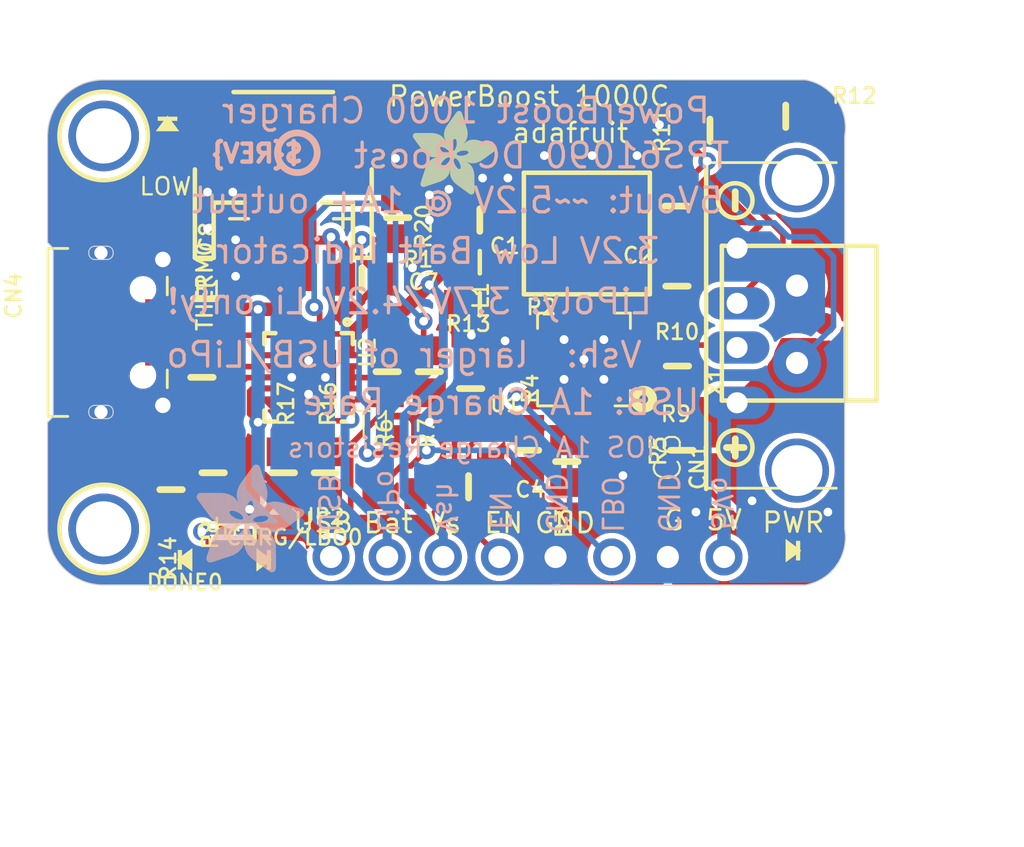
<source format=kicad_pcb>
(kicad_pcb (version 20221018) (generator pcbnew)
  (layers (0 "F.Cu" signal) (31 "B.Cu" signal) (34 "B.Paste" user) (35 "F.Paste" user) (36 "B.SilkS" user "B.Silkscreen") (37 "F.SilkS" user "F.Silkscreen") (38 "B.Mask" user) (39 "F.Mask" user) (44 "Edge.Cuts" user))
  (net 0 "")
  (net 1 "GND")
  (net 2 "N$1")
  (net 3 "N$3")
  (net 4 "5.0V")
  (net 5 "D+")
  (net 6 "D-")
  (net 7 "VBAT")
  (net 8 "N$2")
  (net 9 "ENABLE")
  (net 10 "N$5")
  (net 11 "N$6")
  (net 12 "LBO")
  (net 13 "N$4")
  (net 14 "N$7")
  (net 15 "N$9")
  (net 16 "N$11")
  (net 17 "N$16")
  (net 18 "N$10")
  (net 19 "VBUS")
  (net 20 "VLIPO")
  (net 21 "N$8")
  (net 22 "N$12")
  (net 23 "N$13")
  (footprint "working:JSTPH2" (layer "F.Cu") (at 141.11842 97.1296)
    (fp_text reference "B1")
    (fp_text value "JST 2-PH")
  )
  (footprint "working:CHIPLED_0805_NOOUTLINE" (layer "F.Cu") (at 140.22942 115.2906 -90)
    (fp_text reference "CHRG/LBO0")
    (fp_text value "ORANGE")
  )
  (footprint "working:MOUNTINGHOLE_2.5_PLATED" (layer "F.Cu") (at 132.99042 113.8936)
    (fp_text reference "U$11" hide)
    (fp_text value "MOUNTINGHOLE2.5" hide)
  )
  (footprint "working:SYMBOL_PLUS" (layer "F.Cu") (at 161.56542 110.2106)
    (fp_text reference "U$25" hide)
    (fp_text value "" hide)
  )
  (footprint "working:0805-NO" (layer "F.Cu") (at 160.42242 95.8596 180)
    (fp_text reference "R11")
    (fp_text value "75K 1%")
  )
  (footprint "working:0805-NO" (layer "F.Cu") (at 141.11842 111.3536 90)
    (fp_text reference "R17")
    (fp_text value "100K")
  )
  (footprint "working:0805-NO" (layer "F.Cu") (at 143.02342 111.3536 90)
    (fp_text reference "R16")
    (fp_text value "1.0K")
  )
  (footprint "working:0805-NO" (layer "F.Cu") (at 146.29342 99.8106 -90)
    (fp_text reference "R20")
    (fp_text value "1K")
  )
  (footprint "working:PVQFN-16" (layer "F.Cu") (at 154.72142 106.2276 180)
    (fp_text reference "U1")
    (fp_text value "TPS61090RSAR")
  )
  (footprint "working:0805-NO" (layer "F.Cu") (at 145.81742 106.7816 -90)
    (fp_text reference "R6")
    (fp_text value "270K")
  )
  (footprint "working:4UCONN_20329" (layer "F.Cu") (at 134.76842 105.0036 -90)
    (fp_text reference "CN4")
    (fp_text value "MicroUSB")
    (fp_line (start -3.9 2.2) (end -3.9 1.6) (stroke (width 0.05)) (layer "Edge.Cuts"))
    (fp_line (start -3.3 1.6) (end -3.3 2.2) (stroke (width 0.05)) (layer "Edge.Cuts"))
    (fp_line (start 3.3 2.2) (end 3.3 1.6) (stroke (width 0.05)) (layer "Edge.Cuts"))
    (fp_line (start 3.9 1.6) (end 3.9 2.2) (stroke (width 0.05)) (layer "Edge.Cuts"))
    (fp_arc (start -3.9 1.6) (mid -3.801777 1.412868) (end -3.6 1.35) (stroke (width 0.05)) (layer "Edge.Cuts"))
    (fp_arc (start -3.6 1.35) (mid -3.398223 1.412868) (end -3.3 1.6) (stroke (width 0.05)) (layer "Edge.Cuts"))
    (fp_arc (start -3.6 2.45) (mid -3.801777 2.387132) (end -3.9 2.2) (stroke (width 0.05)) (layer "Edge.Cuts"))
    (fp_arc (start -3.3 2.2) (mid -3.398223 2.387132) (end -3.6 2.45) (stroke (width 0.05)) (layer "Edge.Cuts"))
    (fp_arc (start 3.3 1.6) (mid 3.398223 1.412868) (end 3.6 1.35) (stroke (width 0.05)) (layer "Edge.Cuts"))
    (fp_arc (start 3.6 1.35) (mid 3.801777 1.412868) (end 3.9 1.6) (stroke (width 0.05)) (layer "Edge.Cuts"))
    (fp_arc (start 3.6 2.45) (mid 3.398223 2.387132) (end 3.3 2.2) (stroke (width 0.05)) (layer "Edge.Cuts"))
    (fp_arc (start 3.9 2.2) (mid 3.801777 2.387132) (end 3.6 2.45) (stroke (width 0.05)) (layer "Edge.Cuts"))
  )
  (footprint "working:0805-NO" (layer "F.Cu") (at 158.93042 102.9106 90)
    (fp_text reference "R10")
    (fp_text value "49.9K")
  )
  (footprint "working:CHIPLED_0805_NOOUTLINE" (layer "F.Cu") (at 136.67342 115.2906 90)
    (fp_text reference "DONE0")
    (fp_text value "GREEN")
  )
  (footprint "working:0805-NO" (layer "F.Cu") (at 159.15242 110.3376 -90)
    (fp_text reference "R5")
    (fp_text value "1K")
  )
  (footprint "working:0805-NO" (layer "F.Cu") (at 153.94542 110.8456 -90)
    (fp_text reference "R3")
    (fp_text value "1.87M")
  )
  (footprint "working:0805-NO" (layer "F.Cu") (at 137.56242 103.4796 90)
    (fp_text reference "C8")
    (fp_text value "10uF")
  )
  (footprint "working:C1210" (layer "F.Cu") (at 156.61242 111.3536 -90)
    (fp_text reference "C6")
    (fp_text value "100uF")
  )
  (footprint "working:0805-NO" (layer "F.Cu") (at 137.94342 111.3536 -90)
    (fp_text reference "R8")
    (fp_text value "1K")
  )
  (footprint "working:INDUCTOR_5X5MM_TDK_VLC5045" (layer "F.Cu") (at 154.85242 100.5296)
    (fp_text reference "L1")
    (fp_text value "6.8uH" hide)
  )
  (footprint "working:0805-NO" (layer "F.Cu") (at 147.72242 106.7816 -90)
    (fp_text reference "R7")
    (fp_text value "100K")
  )
  (footprint "working:0805_10MGAP" (layer "F.Cu") (at 149.50042 111.9886)
    (fp_text reference "C4")
    (fp_text value "0.1uF")
  )
  (footprint "working:0805-NO" (layer "F.Cu") (at 158.94842 106.5266 -90)
    (fp_text reference "R9")
    (fp_text value "43K")
  )
  (footprint "working:0805-NO" (layer "F.Cu") (at 149.59442 107.5446 90)
    (fp_text reference "R13")
    (fp_text value "200K")
  )
  (footprint "working:MOUNTINGHOLE_2.5_PLATED" (layer "F.Cu") (at 132.99042 96.1136)
    (fp_text reference "U$10" hide)
    (fp_text value "MOUNTINGHOLE2.5" hide)
  )
  (footprint "working:FIDUCIAL_1MM" (layer "F.Cu") (at 165.62942 104.6226)
    (fp_text reference "FID1" hide)
    (fp_text value "FIDUCIAL\"\"" hide)
  )
  (footprint "working:SYMBOL_MINUS" (layer "F.Cu") (at 161.56542 99.0346 90)
    (fp_text reference "U$26" hide)
    (fp_text value "" hide)
  )
  (footprint "working:_0805MP" (layer "F.Cu") (at 150.00842 103.7336)
    (fp_text reference "R2")
    (fp_text value "340K")
  )
  (footprint "working:CHIPLED_0805_NOOUTLINE" (layer "F.Cu") (at 135.87942 95.5726)
    (fp_text reference "LED1" hide)
    (fp_text value "RED")
  )
  (footprint "working:0805-NO" (layer "F.Cu") (at 137.43542 107.0356 90)
    (fp_text reference "THERM0")
    (fp_text value "15K")
  )
  (footprint "working:SC59-BEC" (layer "F.Cu") (at 146.14762 111.0996)
    (fp_text reference "T1")
    (fp_text value "MMUN2133LT1G")
  )
  (footprint "working:0805-NO" (layer "F.Cu") (at 158.89842 99.2886 -90)
    (fp_text reference "C2")
    (fp_text value "2.2uF")
  )
  (footprint "working:_0805MP" (layer "F.Cu") (at 150.00842 101.8286 180)
    (fp_text reference "R1")
    (fp_text value "1.87M")
  )
  (footprint "working:FIDUCIAL_1MM" (layer "F.Cu") (at 141.14242 96.0906 90)
    (fp_text reference "FID2" hide)
    (fp_text value "FIDUCIAL\"\"" hide)
  )
  (footprint "working:0805-NO" (layer "F.Cu") (at 152.16742 110.3376 90)
    (fp_text reference "R4")
    (fp_text value "200K")
  )
  (footprint "working:TERMBLOCK_1X2-3.5MM" (layer "F.Cu") (at 164.35942 104.6861 90)
    (fp_text reference "X1")
    (fp_text value "")
  )
  (footprint "working:USB_HOST-PTH" (layer "F.Cu") (at 168.16942 104.6861 90)
    (fp_text reference "CN1")
    (fp_text value "USBA_FEMALE")
  )
  (footprint "working:1X08_ROUND" (layer "F.Cu") (at 152.16742 115.1636)
    (fp_text reference "JP2")
    (fp_text value "")
  )
  (footprint "working:0805-NO" (layer "F.Cu") (at 136.03842 112.1156 -90)
    (fp_text reference "R14")
    (fp_text value "1K")
  )
  (footprint "working:QFN20_4MM" (layer "F.Cu") (at 142.26142 107.0356 -90)
    (fp_text reference "U2")
    (fp_text value "MCP73871")
  )
  (footprint "working:0805-NO" (layer "F.Cu") (at 163.85142 95.2246)
    (fp_text reference "R12")
    (fp_text value "49.9K 1%")
  )
  (footprint "working:FIDUCIAL_1MM" (layer "F.Cu") (at 131.72042 110.9726)
    (fp_text reference "FID3" hide)
    (fp_text value "FIDUCIAL\"\"" hide)
  )
  (footprint "working:ADAFRUIT_3.5MM" (layer "F.Cu") (at 146.96042 98.7806)
    (fp_text reference "U$45" hide)
    (fp_text value "" hide)
  )
  (footprint "working:0805-NO" (layer "F.Cu") (at 150.00842 99.9236 180)
    (fp_text reference "C1")
    (fp_text value "10uF")
  )
  (footprint "working:0805-NO" (layer "F.Cu") (at 144.67442 102.5906)
    (fp_text reference "C7")
    (fp_text value "10uF")
  )
  (footprint "working:CHIPLED_0805_NOOUTLINE" (layer "F.Cu") (at 164.17342 114.8776 -90)
    (fp_text reference "LED2" hide)
    (fp_text value "BLUE")
  )
  (footprint "working:ADAFRUIT_5MM" (layer "B.Cu") (at 137.20242 115.8576 90)
    (fp_text reference "U$28" hide)
    (fp_text value "" hide)
  )
  (footprint "working:PCBFEAT-REV-040" (layer "B.Cu") (at 141.75342 96.8756 180)
    (fp_text reference "U$12" hide)
    (fp_text value "" hide)
  )
  (gr_line (start 164.74042 93.5736) (end 132.99042 93.5736) (stroke (width 0.05)) (layer "Edge.Cuts"))
  (gr_line (start 130.70442 101.1936) (end 130.70442 108.8136) (stroke (width 0.05)) (layer "Edge.Cuts"))
  (gr_line (start 132.99042 116.4336) (end 164.74042 116.4336) (stroke (width 0.05)) (layer "Edge.Cuts"))
  (gr_arc (start 132.99042 116.4336) (mid 131.194369 115.689651) (end 130.45042 113.8936) (stroke (width 0.05)) (layer "Edge.Cuts"))
  (gr_arc (start 166.51842 113.8936) (mid 166.155471 115.531836) (end 164.74042 116.4336) (stroke (width 0.05)) (layer "Edge.Cuts"))
  (gr_line (start 166.51842 113.8936) (end 166.51842 96.1136) (stroke (width 0.05)) (layer "Edge.Cuts"))
  (gr_arc (start 130.45042 96.1136) (mid 131.194369 94.317549) (end 132.99042 93.5736) (stroke (width 0.05)) (layer "Edge.Cuts"))
  (gr_line (start 130.45042 109.0676) (end 130.45042 113.8936) (stroke (width 0.05)) (layer "Edge.Cuts"))
  (gr_line (start 130.45042 96.1136) (end 130.45042 100.9396) (stroke (width 0.05)) (layer "Edge.Cuts"))
  (gr_line (start 130.45042 100.9396) (end 130.70442 101.1936) (stroke (width 0.05)) (layer "Edge.Cuts"))
  (gr_arc (start 164.74042 93.5736) (mid 166.155471 94.475364) (end 166.51842 96.1136) (stroke (width 0.05)) (layer "Edge.Cuts"))
  (gr_line (start 130.70442 108.8136) (end 130.45042 109.0676) (stroke (width 0.05)) (layer "Edge.Cuts"))
  (gr_text "3.2V Low Batt Indicator" (at 148.10342 101.3206) (layer "B.SilkS") (effects (font (size 1.1176 1.1176) (thickness 0.1524)) (justify mirror)))
  (gr_text "5Vout: ~~5.2V @ 1A+ output" (at 148.99242 99.0346) (layer "B.SilkS") (effects (font (size 1.1176 1.1176) (thickness 0.1524)) (justify mirror)))
  (gr_text "Vsh" (at 147.97642 114.1476 -90) (layer "B.SilkS") (effects (font (size 0.89408 0.89408) (thickness 0.12192)) (justify left bottom mirror)))
  (gr_text "USB" (at 142.64242 114.1476 -90) (layer "B.SilkS") (effects (font (size 0.89408 0.89408) (thickness 0.12192)) (justify left bottom mirror)))
  (gr_text "PowerBoost 1000 Charger" (at 149.37342 94.9706) (layer "B.SilkS") (effects (font (size 1.1176 1.1176) (thickness 0.1524)) (justify mirror)))
  (gr_text "LiPoly: 3.7V/4.2V Li only!" (at 146.83342 103.6066) (layer "B.SilkS") (effects (font (size 1.1176 1.1176) (thickness 0.1524)) (justify mirror)))
  (gr_text "GND" (at 152.92942 114.1476 -90) (layer "B.SilkS") (effects (font (size 0.89408 0.89408) (thickness 0.12192)) (justify left bottom mirror)))
  (gr_text "Vsh:  larger of USB/LiPo" (at 146.57942 106.0196) (layer "B.SilkS") (effects (font (size 1.1176 1.1176) (thickness 0.1524)) (justify mirror)))
  (gr_text "EN" (at 150.38942 114.0206 -90) (layer "B.SilkS") (effects (font (size 0.89408 0.89408) (thickness 0.12192)) (justify left bottom mirror)))
  (gr_text "5Vo" (at 160.42242 114.0206 -90) (layer "B.SilkS") (effects (font (size 0.89408 0.89408) (thickness 0.12192)) (justify left bottom mirror)))
  (gr_text "LiPo" (at 145.30942 114.1476 -90) (layer "B.SilkS") (effects (font (size 0.89408 0.89408) (thickness 0.12192)) (justify left bottom mirror)))
  (gr_text "GND" (at 158.00942 114.1476 -90) (layer "B.SilkS") (effects (font (size 0.89408 0.89408) (thickness 0.12192)) (justify left bottom mirror)))
  (gr_text "USB: 1A Charge Rate" (at 160.04142 108.8136) (layer "B.SilkS") (effects (font (size 1.1176 1.1176) (thickness 0.1524)) (justify left bottom mirror)))
  (gr_text "LBO" (at 155.46942 114.1476 -90) (layer "B.SilkS") (effects (font (size 0.89408 0.89408) (thickness 0.12192)) (justify left bottom mirror)))
  (gr_text "iOS 1A Charge Resistors" (at 149.62742 110.2106) (layer "B.SilkS") (effects (font (size 0.89408 0.89408) (thickness 0.12192)) (justify mirror)))
  (gr_text "TPS61090 DC Boost" (at 152.80242 97.0026) (layer "B.SilkS") (effects (font (size 1.1176 1.1176) (thickness 0.1524)) (justify mirror)))
  (gr_text "LOW" (at 135.78442 98.3996) (layer "F.SilkS") (effects (font (size 0.78232 0.78232) (thickness 0.10668))))
  (gr_text "Bat" (at 144.67442 114.1476) (layer "F.SilkS") (effects (font (size 0.89408 0.89408) (thickness 0.12192)) (justify left bottom)))
  (gr_text "chrg" (at 137.05442 114.4016) (layer "F.SilkS") (effects (font (size 0.89408 0.89408) (thickness 0.12192)) (justify left bottom)))
  (gr_text "-" (at 138.32442 100.4316) (layer "F.SilkS") (effects (font (size 1.1176 1.1176) (thickness 0.1524)) (justify left bottom)))
  (gr_text "5V" (at 160.16842 114.0206) (layer "F.SilkS") (effects (font (size 0.89408 0.89408) (thickness 0.12192)) (justify left bottom)))
  (gr_text "USB" (at 141.49942 114.1476) (layer "F.SilkS") (effects (font (size 0.89408 0.89408) (thickness 0.12192)) (justify left bottom)))
  (gr_text "adafruit" (at 151.40542 96.4946) (layer "F.SilkS") (effects (font (size 0.89408 0.89408) (thickness 0.12192)) (justify left bottom)))
  (gr_text "GND" (at 152.42142 114.1476) (layer "F.SilkS") (effects (font (size 0.89408 0.89408) (thickness 0.12192)) (justify left bottom)))
  (gr_text "EN" (at 150.13542 114.1476) (layer "F.SilkS") (effects (font (size 0.89408 0.89408) (thickness 0.12192)) (justify left bottom)))
  (gr_text "PowerBoost 1000C" (at 145.81742 94.8436) (layer "F.SilkS") (effects (font (size 0.89408 0.89408) (thickness 0.12192)) (justify left bottom)))
  (gr_text "G" (at 158.26342 114.0206) (layer "F.SilkS") (effects (font (size 0.89408 0.89408) (thickness 0.12192)) (justify left bottom)))
  (gr_text "+" (at 143.02342 100.4316) (layer "F.SilkS") (effects (font (size 1.1176 1.1176) (thickness 0.1524)) (justify left bottom)))
  (gr_text "PWR" (at 164.20042 113.6026) (layer "F.SilkS") (effects (font (size 0.89408 0.89408) (thickness 0.12192))))
  (gr_text "Vs" (at 147.59542 114.1476) (layer "F.SilkS") (effects (font (size 0.89408 0.89408) (thickness 0.12192)) (justify left bottom)))
  (segment (start 154.32642 105.2576) (end 153.89142 105.2576) (width 0.254) (layer "F.Cu") (net 1))
  (segment (start 153.74642 107.3616) (end 153.94542 107.1626) (width 0.254) (layer "F.Cu") (net 1))
  (segment (start 152.62142 105.9026) (end 154.06242 105.9026) (width 0.254) (layer "F.Cu") (net 1))
  (segment (start 153.82142 105.3276) (end 153.82142 105.6416) (width 0.254) (layer "F.Cu") (net 1))
  (segment (start 155.04642 105.4696) (end 155.21542 105.6386) (width 0.254) (layer "F.Cu") (net 1))
  (segment (start 153.74642 108.3276) (end 153.74642 107.3616) (width 0.254) (layer "F.Cu") (net 1))
  (segment (start 141.26142 109.0006) (end 141.26142 107.2736) (width 0.254) (layer "F.Cu") (net 1))
  (segment (start 137.43542 107.9856) (end 135.98642 107.9856) (width 0.254) (layer "F.Cu") (net 1))
  (segment (start 154.39642 104.1276) (end 154.39642 105.1876) (width 0.254) (layer "F.Cu") (net 1))
  (segment (start 153.82142 105.6416) (end 154.07242 105.8926) (width 0.254) (layer "F.Cu") (net 1))
  (segment (start 135.98642 107.9856) (end 135.66842 108.3036) (width 0.254) (layer "F.Cu") (net 1))
  (segment (start 142.02342 108.0356) (end 142.26142 107.7976) (width 0.254) (layer "F.Cu") (net 1))
  (segment (start 154.06242 105.9026) (end 154.07242 105.8926) (width 0.254) (layer "F.Cu") (net 1))
  (segment (start 153.85642 107.1626) (end 153.82142 107.1276) (width 0.254) (layer "F.Cu") (net 1))
  (segment (start 155.69642 105.2526) (end 155.62142 105.3276) (width 0.254) (layer "F.Cu") (net 1))
  (segment (start 135.66842 108.1786) (end 135.66842 108.3036) (width 0.254) (layer "F.Cu") (net 1))
  (segment (start 154.39642 105.1876) (end 154.32642 105.2576) (width 0.254) (layer "F.Cu") (net 1))
  (segment (start 135.66842 101.7036) (end 133.29542 101.7036) (width 0.4064) (layer "F.Cu") (net 1))
  (segment (start 135.35942 108.6036) (end 135.78442 108.1786) (width 0.4064) (layer "F.Cu") (net 1))
  (segment (start 153.89142 105.2576) (end 153.82142 105.3276) (width 0.254) (layer "F.Cu") (net 1))
  (segment (start 135.87942 94.5226) (end 146.00442 94.5226) (width 0.254) (layer "F.Cu") (net 1))
  (segment (start 153.94542 107.1626) (end 153.85642 107.1626) (width 0.254) (layer "F.Cu") (net 1))
  (segment (start 155.04642 104.1276) (end 155.04642 105.4696) (width 0.254) (layer "F.Cu") (net 1))
  (segment (start 141.26142 107.2736) (end 141.49942 107.0356) (width 0.254) (layer "F.Cu") (net 1))
  (segment (start 155.69642 104.1276) (end 155.69642 105.2526) (width 0.254) (layer "F.Cu") (net 1))
  (segment (start 146.00442 94.5226) (end 146.07142 94.5896) (width 0.254) (layer "F.Cu") (net 1))
  (segment (start 135.78442 108.1786) (end 135.66842 108.1786) (width 0.254) (layer "F.Cu") (net 1))
  (segment (start 140.29642 108.0356) (end 142.02342 108.0356) (width 0.254) (layer "F.Cu") (net 1))
  (via (at 142.26142 107.7976) (size 0.8001) (drill 0.3937) (layers "F.Cu" "B.Cu") (net 1))
  (via (at 137.68942 100.3046) (size 0.8001) (drill 0.3937) (layers "F.Cu" "B.Cu") (net 1))
  (via (at 141.49942 107.0356) (size 0.8001) (drill 0.3937) (layers "F.Cu" "B.Cu") (net 1))
  (via (at 147.72242 98.7806) (size 0.8001) (drill 0.3937) (layers "F.Cu" "B.Cu") (net 1))
  (via (at 155.08842 97.0026) (size 0.8001) (drill 0.3937) (layers "F.Cu" "B.Cu") (net 1))
  (via (at 146.96042 102.0826) (size 0.8001) (drill 0.3937) (layers "F.Cu" "B.Cu") (net 1))
  (via (at 139.59442 113.0046) (size 0.8001) (drill 0.3937) (layers "F.Cu" "B.Cu") (net 1))
  (via (at 147.72242 109.0676) (size 0.8001) (drill 0.3937) (layers "F.Cu" "B.Cu") (net 1))
  (via (at 138.95942 100.8126) (size 0.8001) (drill 0.3937) (layers "F.Cu" "B.Cu") (net 1))
  (via (at 165.75642 113.1316) (size 0.8001) (drill 0.3937) (layers "F.Cu" "B.Cu") (net 1))
  (via (at 150.13542 98.0186) (size 0.8001) (drill 0.3937) (layers "F.Cu" "B.Cu") (net 1))
  (via (at 159.78742 113.1316) (size 0.8001) (drill 0.3937) (layers "F.Cu" "B.Cu") (net 1))
  (via (at 149.62742 105.1306) (size 0.8001) (drill 0.3937) (layers "F.Cu" "B.Cu") (net 1))
  (via (at 158.13642 95.6056) (size 0.8001) (drill 0.3937) (layers "F.Cu" "B.Cu") (net 1))
  (via (at 142.26142 106.2736) (size 0.8001) (drill 0.3937) (layers "F.Cu" "B.Cu") (net 1))
  (via (at 138.83242 98.6536) (size 0.8001) (drill 0.3937) (layers "F.Cu" "B.Cu") (net 1))
  (via (at 152.92942 97.0026) (size 0.8001) (drill 0.3937) (layers "F.Cu" "B.Cu") (net 1))
  (via (at 143.02342 107.0356) (size 0.8001) (drill 0.3937) (layers "F.Cu" "B.Cu") (net 1))
  (via (at 146.19842 97.1296) (size 0.8001) (drill 0.3937) (layers "F.Cu" "B.Cu") (net 1))
  (via (at 162.32742 112.6236) (size 0.8001) (drill 0.3937) (layers "F.Cu" "B.Cu") (net 1))
  (via (at 157.12042 97.0026) (size 0.8001) (drill 0.3937) (layers "F.Cu" "B.Cu") (net 1))
  (via (at 147.72242 99.9236) (size 0.8001) (drill 0.3937) (layers "F.Cu" "B.Cu") (net 1))
  (via (at 156.48542 111.4806) (size 0.8001) (drill 0.3937) (layers "F.Cu" "B.Cu") (net 1))
  (via (at 148.61142 98.5266) (size 0.8001) (drill 0.3937) (layers "F.Cu" "B.Cu") (net 1))
  (via (at 151.15142 105.3846) (size 0.8001) (drill 0.3937) (layers "F.Cu" "B.Cu") (net 1))
  (via (at 151.27842 98.0186) (size 0.8001) (drill 0.3937) (layers "F.Cu" "B.Cu") (net 1))
  (via (at 138.95942 102.4636) (size 0.8001) (drill 0.3937) (layers "F.Cu" "B.Cu") (net 1))
  (via (at 137.68942 98.6536) (size 0.8001) (drill 0.3937) (layers "F.Cu" "B.Cu") (net 1))
  (segment (start 151.02442 101.8286) (end 151.02442 103.7336) (width 0.254) (layer "F.Cu") (net 3))
  (segment (start 151.38842 104.0976) (end 151.02442 103.7336) (width 0.254) (layer "F.Cu") (net 3))
  (segment (start 152.62142 105.2526) (end 151.46642 104.0976) (width 0.254) (layer "F.Cu") (net 3))
  (segment (start 151.46642 104.0976) (end 151.38842 104.0976) (width 0.254) (layer "F.Cu") (net 3))
  (segment (start 159.47242 96.4336) (end 160.29542 97.2566) (width 0.254) (layer "F.Cu") (net 4))
  (segment (start 162.58142 108.0516) (end 162.44692 108.1861) (width 0.254) (layer "F.Cu") (net 4))
  (segment (start 155.46942 110.5916) (end 154.26542 111.7956) (width 0.254) (layer "F.Cu") (net 4))
  (segment (start 155.97442 110.5916) (end 156.61242 109.9536) (width 0.254) (layer "F.Cu") (net 4))
  (segment (start 159.21342 98.3386) (end 160.29542 97.2566) (width 0.254) (layer "F.Cu") (net 4))
  (segment (start 162.83542 108.0516) (end 162.58142 108.0516) (width 0.254) (layer "F.Cu") (net 4))
  (segment (start 155.46942 110.5916) (end 155.97442 110.5916) (width 0.254) (layer "F.Cu") (net 4))
  (segment (start 159.47242 95.8596) (end 159.47242 96.4336) (width 0.254) (layer "F.Cu") (net 4))
  (segment (start 158.89842 98.3386) (end 159.21342 98.3386) (width 0.254) (layer "F.Cu") (net 4))
  (segment (start 162.44692 108.1861) (end 161.64942 108.1861) (width 0.254) (layer "F.Cu") (net 4))
  (segment (start 154.26542 111.7956) (end 153.94542 111.7956) (width 0.254) (layer "F.Cu") (net 4))
  (segment (start 162.32742 109.4486) (end 162.45442 109.3216) (width 0.6096) (layer "F.Cu") (net 4))
  (via (at 160.29542 97.2566) (size 0.8001) (drill 0.3937) (layers "F.Cu" "B.Cu") (net 4))
  (segment (start 166.01042 101.5746) (end 166.01042 104.7351) (width 0.254) (layer "B.Cu") (net 4))
  (segment (start 165.12142 100.6856) (end 166.01042 101.5746) (width 0.254) (layer "B.Cu") (net 4))
  (segment (start 163.34342 100.0506) (end 163.97842 100.6856) (width 0.254) (layer "B.Cu") (net 4))
  (segment (start 160.29542 98.1456) (end 162.20042 100.0506) (width 0.254) (layer "B.Cu") (net 4))
  (segment (start 161.05742 108.7781) (end 161.64942 108.1861) (width 0.6096) (layer "B.Cu") (net 4))
  (segment (start 166.01042 104.7351) (end 164.35942 106.3861) (width 0.254) (layer "B.Cu") (net 4))
  (segment (start 161.05742 115.1636) (end 161.05742 108.7781) (width 0.6096) (layer "B.Cu") (net 4))
  (segment (start 163.97842 100.6856) (end 165.12142 100.6856) (width 0.254) (layer "B.Cu") (net 4))
  (segment (start 160.29542 97.2566) (end 160.29542 98.1456) (width 0.254) (layer "B.Cu") (net 4))
  (segment (start 162.20042 100.0506) (end 163.34342 100.0506) (width 0.254) (layer "B.Cu") (net 4))
  (segment (start 162.07342 98.9076) (end 162.07342 96.5606) (width 0.254) (layer "F.Cu") (net 5))
  (segment (start 162.90142 95.2246) (end 162.90142 95.7326) (width 0.254) (layer "F.Cu") (net 5))
  (segment (start 162.07342 98.9076) (end 163.72442 100.5586) (width 0.254) (layer "F.Cu") (net 5))
  (segment (start 163.72442 101.4476) (end 161.64942 103.5226) (width 0.254) (layer "F.Cu") (net 5))
  (segment (start 163.72442 100.5586) (end 163.72442 101.4476) (width 0.254) (layer "F.Cu") (net 5))
  (segment (start 162.07342 96.5606) (end 161.37242 95.8596) (width 0.254) (layer "F.Cu") (net 5))
  (segment (start 161.64942 103.5226) (end 161.64942 103.6861) (width 0.254) (layer "F.Cu") (net 5))
  (segment (start 162.90142 95.7326) (end 162.07342 96.5606) (width 0.254) (layer "F.Cu") (net 5))
  (segment (start 158.93042 103.8606) (end 158.93042 105.5586) (width 0.254) (layer "F.Cu") (net 6))
  (segment (start 158.93042 105.5586) (end 158.94842 105.5766) (width 0.254) (layer "F.Cu") (net 6))
  (segment (start 158.94842 105.5766) (end 161.53992 105.5766) (width 0.254) (layer "F.Cu") (net 6))
  (segment (start 161.53992 105.5766) (end 161.64942 105.6861) (width 0.254) (layer "F.Cu") (net 6))
  (segment (start 144.16642 105.1306) (end 145.30942 103.9876) (width 0.6096) (layer "F.Cu") (net 7))
  (segment (start 147.09762 112.2996) (end 148.13942 112.2996) (width 0.254) (layer "F.Cu") (net 7))
  (segment (start 143.26142 105.0706) (end 144.10642 105.0706) (width 0.254) (layer "F.Cu") (net 7))
  (segment (start 148.35742 112.9436) (end 148.35742 115.1636) (width 0.254) (layer "F.Cu") (net 7))
  (segment (start 144.10642 105.0706) (end 144.16642 105.1306) (width 0.254) (layer "F.Cu") (net 7))
  (segment (start 147.72242 102.8446) (end 148.61142 101.9556) (width 0.6096) (layer "F.Cu") (net 7))
  (segment (start 148.99242 101.9556) (end 148.99242 101.8286) (width 0.6096) (layer "F.Cu") (net 7))
  (segment (start 144.22642 105.295807) (end 144.279023 105.243204) (width 0.254) (layer "F.Cu") (net 7))
  (segment (start 148.35742 112.0816) (end 148.45042 111.9886) (width 0.3048) (layer "F.Cu") (net 7))
  (segment (start 145.30942 103.9876) (end 146.57942 103.9876) (width 0.6096) (layer "F.Cu") (net 7))
  (segment (start 148.13942 112.2996) (end 148.45042 111.9886) (width 0.254) (layer "F.Cu") (net 7))
  (segment (start 148.86542 111.5736) (end 148.45042 111.9886) (width 0.254) (layer "F.Cu") (net 7))
  (segment (start 148.61142 101.9556) (end 148.99242 101.9556) (width 0.6096) (layer "F.Cu") (net 7))
  (segment (start 148.35742 112.9436) (end 148.35742 112.0816) (width 0.3048) (layer "F.Cu") (net 7))
  (segment (start 144.22642 106.0356) (end 144.22642 105.295807) (width 0.254) (layer "F.Cu") (net 7))
  (segment (start 148.86542 109.9566) (end 148.86542 111.5736) (width 0.254) (layer "F.Cu") (net 7))
  (segment (start 149.59442 109.2276) (end 148.86542 109.9566) (width 0.254) (layer "F.Cu") (net 7))
  (segment (start 144.279023 105.243204) (end 144.16642 105.1306) (width 0.254) (layer "F.Cu") (net 7))
  (segment (start 149.59442 108.4946) (end 149.59442 109.2276) (width 0.254) (layer "F.Cu") (net 7))
  (segment (start 146.57942 103.9876) (end 147.72242 102.8446) (width 0.6096) (layer "F.Cu") (net 7))
  (via (at 147.72242 102.8446) (size 0.8001) (drill 0.3937) (layers "F.Cu" "B.Cu") (net 7))
  (segment (start 146.57942 108.8136) (end 146.57942 112.3696) (width 0.4064) (layer "B.Cu") (net 7))
  (segment (start 148.35742 114.1476) (end 148.35742 115.1636) (width 0.4064) (layer "B.Cu") (net 7))
  (segment (start 148.35742 103.4796) (end 148.35742 107.0356) (width 0.4064) (layer "B.Cu") (net 7))
  (segment (start 148.35742 107.0356) (end 146.57942 108.8136) (width 0.4064) (layer "B.Cu") (net 7))
  (segment (start 146.57942 112.3696) (end 148.35742 114.1476) (width 0.4064) (layer "B.Cu") (net 7))
  (segment (start 147.72242 102.8446) (end 148.35742 103.4796) (width 0.4064) (layer "B.Cu") (net 7))
  (segment (start 146.29342 98.8606) (end 145.32442 97.8916) (width 0.254) (layer "F.Cu") (net 8))
  (segment (start 136.29242 97.8916) (end 135.91142 97.5106) (width 0.254) (layer "F.Cu") (net 8))
  (segment (start 145.32442 97.8916) (end 136.29242 97.8916) (width 0.254) (layer "F.Cu") (net 8))
  (segment (start 135.91142 96.6546) (end 135.87942 96.6226) (width 0.254) (layer "F.Cu") (net 8))
  (segment (start 135.91142 97.5106) (end 135.91142 96.6546) (width 0.254) (layer "F.Cu") (net 8))
  (segment (start 150.77042 106.5526) (end 149.63642 106.5526) (width 0.254) (layer "F.Cu") (net 9))
  (segment (start 152.62142 106.5526) (end 150.77042 106.5526) (width 0.254) (layer "F.Cu") (net 9))
  (segment (start 149.50042 113.7666) (end 149.50042 110.2106) (width 0.254) (layer "F.Cu") (net 9))
  (segment (start 149.50042 113.7666) (end 150.89742 115.1636) (width 0.254) (layer "F.Cu") (net 9))
  (segment (start 149.50042 110.2106) (end 149.88142 109.8296) (width 0.254) (layer "F.Cu") (net 9))
  (segment (start 149.88142 109.8296) (end 150.64342 109.8296) (width 0.254) (layer "F.Cu") (net 9))
  (segment (start 150.77042 109.7026) (end 150.77042 106.5526) (width 0.254) (layer "F.Cu") (net 9))
  (segment (start 150.64342 109.8296) (end 150.77042 109.7026) (width 0.254) (layer "F.Cu") (net 9))
  (segment (start 149.63642 106.5526) (end 149.59442 106.5946) (width 0.254) (layer "F.Cu") (net 9))
  (segment (start 154.19942 109.3216) (end 154.45342 109.0676) (width 0.254) (layer "F.Cu") (net 10))
  (segment (start 153.94542 109.8956) (end 153.94542 109.5756) (width 0.254) (layer "F.Cu") (net 10))
  (segment (start 154.45342 109.0676) (end 154.45342 108.3846) (width 0.254) (layer "F.Cu") (net 10))
  (segment (start 154.45342 108.3846) (end 154.39642 108.3276) (width 0.254) (layer "F.Cu") (net 10))
  (segment (start 153.94542 109.5756) (end 154.19942 109.3216) (width 0.254) (layer "F.Cu") (net 10))
  (segment (start 152.16742 109.3876) (end 152.16742 109.3216) (width 0.254) (layer "F.Cu") (net 10))
  (segment (start 152.16742 109.3216) (end 154.19942 109.3216) (width 0.254) (layer "F.Cu") (net 10))
  (segment (start 145.58262 110.4646) (end 146.14762 109.8996) (width 0.254) (layer "F.Cu") (net 11))
  (segment (start 144.67442 100.8126) (end 146.24142 100.8126) (width 0.254) (layer "F.Cu") (net 11))
  (segment (start 146.24142 100.8126) (end 146.29342 100.7606) (width 0.254) (layer "F.Cu") (net 11))
  (segment (start 144.92842 110.4646) (end 145.58262 110.4646) (width 0.254) (layer "F.Cu") (net 11))
  (via (at 144.67442 100.8126) (size 0.8001) (drill 0.3937) (layers "F.Cu" "B.Cu") (net 11))
  (via (at 144.92842 110.4646) (size 0.8001) (drill 0.3937) (layers "F.Cu" "B.Cu") (net 11))
  (segment (start 144.54742 100.9396) (end 144.54742 107.9246) (width 0.254) (layer "B.Cu") (net 11))
  (segment (start 144.54742 107.9246) (end 144.92842 108.3056) (width 0.254) (layer "B.Cu") (net 11))
  (segment (start 144.67442 100.8126) (end 144.54742 100.9396) (width 0.254) (layer "B.Cu") (net 11))
  (segment (start 144.92842 108.3056) (end 144.92842 110.4646) (width 0.254) (layer "B.Cu") (net 11))
  (segment (start 152.62142 107.2026) (end 151.89942 107.9246) (width 0.254) (layer "F.Cu") (net 12))
  (segment (start 146.45242 111.0448) (end 145.19762 112.2996) (width 0.254) (layer "F.Cu") (net 12))
  (segment (start 147.59542 110.3376) (end 146.88822 111.0448) (width 0.254) (layer "F.Cu") (net 12))
  (segment (start 146.88822 111.0448) (end 146.45242 111.0448) (width 0.254) (layer "F.Cu") (net 12))
  (segment (start 151.89942 107.9246) (end 151.65942 107.9246) (width 0.254) (layer "F.Cu") (net 12))
  (via (at 147.59542 110.3376) (size 0.8001) (drill 0.3937) (layers "F.Cu" "B.Cu") (net 12))
  (via (at 151.65942 107.9246) (size 0.8001) (drill 0.3937) (layers "F.Cu" "B.Cu") (net 12))
  (segment (start 154.07242 110.3376) (end 154.07242 113.1316) (width 0.254) (layer "B.Cu") (net 12))
  (segment (start 151.27842 110.3376) (end 154.07242 113.1316) (width 0.254) (layer "B.Cu") (net 12))
  (segment (start 154.07242 113.1316) (end 154.07242 113.3856) (width 0.254) (layer "B.Cu") (net 12))
  (segment (start 154.07242 113.3856) (end 155.85042 115.1636) (width 0.254) (layer "B.Cu") (net 12))
  (segment (start 151.65942 107.9246) (end 154.07242 110.3376) (width 0.254) (layer "B.Cu") (net 12))
  (segment (start 147.59542 110.3376) (end 151.27842 110.3376) (width 0.254) (layer "B.Cu") (net 12))
  (segment (start 155.85042 115.1636) (end 155.97742 115.1636) (width 0.254) (layer "B.Cu") (net 12))
  (segment (start 159.53342 111.2876) (end 163.12342 114.8776) (width 0.254) (layer "F.Cu") (net 13))
  (segment (start 159.15242 111.2876) (end 159.53342 111.2876) (width 0.254) (layer "F.Cu") (net 13))
  (segment (start 147.46842 104.4956) (end 147.46842 105.5776) (width 0.254) (layer "F.Cu") (net 14))
  (segment (start 145.94442 105.8926) (end 147.66142 105.8926) (width 0.254) (layer "F.Cu") (net 14))
  (segment (start 145.88342 105.8316) (end 145.94442 105.8926) (width 0.254) (layer "F.Cu") (net 14))
  (segment (start 147.46842 105.5776) (end 147.72242 105.8316) (width 0.254) (layer "F.Cu") (net 14))
  (segment (start 142.76142 104.1066) (end 142.51542 103.8606) (width 0.254) (layer "F.Cu") (net 14))
  (segment (start 142.76142 105.0706) (end 142.76142 104.1066) (width 0.254) (layer "F.Cu") (net 14))
  (segment (start 145.81742 105.8316) (end 145.88342 105.8316) (width 0.254) (layer "F.Cu") (net 14))
  (segment (start 147.66142 105.8926) (end 147.72242 105.8316) (width 0.254) (layer "F.Cu") (net 14))
  (segment (start 147.72242 105.8316) (end 147.78342 105.8926) (width 0.254) (layer "F.Cu") (net 14))
  (via (at 147.46842 104.4956) (size 0.8001) (drill 0.3937) (layers "F.Cu" "B.Cu") (net 14))
  (via (at 142.51542 103.8606) (size 0.8001) (drill 0.3937) (layers "F.Cu" "B.Cu") (net 14))
  (segment (start 146.19842 103.2256) (end 147.46842 104.4956) (width 0.254) (layer "B.Cu") (net 14))
  (segment (start 142.51542 103.8606) (end 142.51542 101.1936) (width 0.254) (layer "B.Cu") (net 14))
  (segment (start 142.38842 101.0666) (end 142.38842 99.9236) (width 0.254) (layer "B.Cu") (net 14))
  (segment (start 145.56342 99.1616) (end 146.19842 99.7966) (width 0.254) (layer "B.Cu") (net 14))
  (segment (start 142.51542 101.1936) (end 142.38842 101.0666) (width 0.254) (layer "B.Cu") (net 14))
  (segment (start 142.38842 99.9236) (end 143.15042 99.1616) (width 0.254) (layer "B.Cu") (net 14))
  (segment (start 143.15042 99.1616) (end 145.56342 99.1616) (width 0.254) (layer "B.Cu") (net 14))
  (segment (start 146.19842 99.7966) (end 146.19842 103.2256) (width 0.254) (layer "B.Cu") (net 14))
  (segment (start 140.283654 106.548366) (end 140.29642 106.5356) (width 0.254) (layer "F.Cu") (net 15))
  (segment (start 136.80042 109.4486) (end 136.80042 110.3376) (width 0.254) (layer "F.Cu") (net 15))
  (segment (start 138.32442 109.1946) (end 137.05442 109.1946) (width 0.254) (layer "F.Cu") (net 15))
  (segment (start 139.192654 106.548366) (end 138.57842 107.1626) (width 0.254) (layer "F.Cu") (net 15))
  (segment (start 136.80042 110.3376) (end 136.03842 111.0996) (width 0.254) (layer "F.Cu") (net 15))
  (segment (start 138.57842 108.9406) (end 138.32442 109.1946) (width 0.254) (layer "F.Cu") (net 15))
  (segment (start 138.57842 107.1626) (end 138.57842 108.9406) (width 0.254) (layer "F.Cu") (net 15))
  (segment (start 139.192654 106.548366) (end 140.283654 106.548366) (width 0.254) (layer "F.Cu") (net 15))
  (segment (start 136.03842 111.0996) (end 136.03842 111.1656) (width 0.254) (layer "F.Cu") (net 15))
  (segment (start 137.05442 109.1946) (end 136.80042 109.4486) (width 0.254) (layer "F.Cu") (net 15))
  (segment (start 140.283654 107.048366) (end 140.29642 107.0356) (width 0.254) (layer "F.Cu") (net 16))
  (segment (start 139.08642 107.4166) (end 139.08642 109.5756) (width 0.254) (layer "F.Cu") (net 16))
  (segment (start 138.13642 110.2106) (end 137.94342 110.4036) (width 0.254) (layer "F.Cu") (net 16))
  (segment (start 139.08642 109.5756) (end 138.45142 110.2106) (width 0.254) (layer "F.Cu") (net 16))
  (segment (start 138.45142 110.2106) (end 138.13642 110.2106) (width 0.254) (layer "F.Cu") (net 16))
  (segment (start 139.454654 107.048366) (end 139.08642 107.4166) (width 0.254) (layer "F.Cu") (net 16))
  (segment (start 139.454654 107.048366) (end 140.283654 107.048366) (width 0.254) (layer "F.Cu") (net 16))
  (segment (start 142.26142 109.6416) (end 143.02342 110.4036) (width 0.254) (layer "F.Cu") (net 17))
  (segment (start 142.26142 109.0006) (end 142.26142 109.6416) (width 0.254) (layer "F.Cu") (net 17))
  (segment (start 137.43542 106.0856) (end 138.38542 106.0856) (width 0.254) (layer "F.Cu") (net 18))
  (segment (start 141.266788 105.075969) (end 141.26142 105.0706) (width 0.254) (layer "F.Cu") (net 18))
  (segment (start 138.38542 106.0856) (end 139.34042 105.1306) (width 0.254) (layer "F.Cu") (net 18))
  (segment (start 139.34042 105.1306) (end 141.266788 105.1306) (width 0.254) (layer "F.Cu") (net 18))
  (segment (start 141.266788 105.1306) (end 141.266788 105.075969) (width 0.254) (layer "F.Cu") (net 18))
  (segment (start 140.283654 107.548366) (end 140.29642 107.5356) (width 0.254) (layer "F.Cu") (net 19))
  (segment (start 137.72342 115.2906) (end 137.72342 114.3086) (width 0.254) (layer "F.Cu") (net 19))
  (segment (start 135.54342 103.7036) (end 136.83642 103.7036) (width 0.4064) (layer "F.Cu") (net 19))
  (segment (start 136.83642 103.7036) (end 137.56242 104.4296) (width 0.4064) (layer "F.Cu") (net 19))
  (segment (start 145.634185 107.548366) (end 145.81742 107.7316) (width 0.4064) (layer "F.Cu") (net 19))
  (segment (start 142.082613 105.083366) (end 142.00742 105.008172) (width 0.6096) (layer "F.Cu") (net 19))
  (segment (start 145.134185 107.048366) (end 144.239185 107.048366) (width 0.254) (layer "F.Cu") (net 19))
  (segment (start 142.00742 105.008172) (end 142.00742 104.6226) (width 0.4064) (layer "F.Cu") (net 19))
  (segment (start 139.59442 108.6866) (end 139.97542 109.0676) (width 0.254) (layer "F.Cu") (net 19))
  (segment (start 139.59442 107.6706) (end 139.59442 108.6866) (width 0.254) (layer "F.Cu") (net 19))
  (segment (start 144.22642 106.5356) (end 144.22642 107.0356) (width 0.254) (layer "F.Cu") (net 19))
  (segment (start 138.57842 104.4956) (end 137.62842 104.4956) (width 0.6096) (layer "F.Cu") (net 19))
  (segment (start 139.97542 103.9576) (end 141.34242 103.9576) (width 0.6096) (layer "F.Cu") (net 19))
  (segment (start 145.81742 108.4326) (end 144.16642 110.0836) (width 0.254) (layer "F.Cu") (net 19))
  (segment (start 137.72342 114.3086) (end 137.43542 114.0206) (width 0.254) (layer "F.Cu") (net 19))
  (segment (start 141.76142 105.0706) (end 142.26142 105.0706) (width 0.254) (layer "F.Cu") (net 19))
  (segment (start 145.134185 107.048366) (end 145.81742 107.7316) (width 0.254) (layer "F.Cu") (net 19))
  (segment (start 144.16642 114.2746) (end 143.27742 115.1636) (width 0.254) (layer "F.Cu") (net 19))
  (segment (start 139.716654 107.548366) (end 140.283654 107.548366) (width 0.254) (layer "F.Cu") (net 19))
  (segment (start 144.239185 107.048366) (end 144.22642 107.0356) (width 0.254) (layer "F.Cu") (net 19))
  (segment (start 145.81742 107.7316) (end 145.81742 108.4326) (width 0.254) (layer "F.Cu") (net 19))
  (segment (start 142.26142 105.0706) (end 142.095379 105.0706) (width 0.254) (layer "F.Cu") (net 19))
  (segment (start 139.716654 107.548366) (end 139.59442 107.6706) (width 0.254) (layer "F.Cu") (net 19))
  (segment (start 141.34242 103.9576) (end 142.00742 104.6226) (width 0.4064) (layer "F.Cu") (net 19))
  (segment (start 139.11642 103.9576) (end 139.97542 103.9576) (width 0.6096) (layer "F.Cu") (net 19))
  (segment (start 137.62842 104.4956) (end 137.56242 104.4296) (width 0.6096) (layer "F.Cu") (net 19))
  (segment (start 142.095379 105.0706) (end 142.082613 105.083366) (width 0.254) (layer "F.Cu") (net 19))
  (segment (start 144.16642 110.0836) (end 144.16642 114.2746) (width 0.254) (layer "F.Cu") (net 19))
  (segment (start 138.57842 104.4956) (end 139.11642 103.9576) (width 0.6096) (layer "F.Cu") (net 19))
  (segment (start 144.22642 107.0356) (end 144.22642 107.5356) (width 0.254) (layer "F.Cu") (net 19))
  (segment (start 137.72342 115.2906) (end 139.17942 115.2906) (width 0.254) (layer "F.Cu") (net 19))
  (via (at 139.97542 109.0676) (size 0.8001) (drill 0.3937) (layers "F.Cu" "B.Cu") (net 19))
  (via (at 139.97542 103.9576) (size 0.8001) (drill 0.3937) (layers "F.Cu" "B.Cu") (net 19))
  (via (at 137.43542 114.0206) (size 0.8001) (drill 0.3937) (layers "F.Cu" "B.Cu") (net 19))
  (segment (start 139.97542 109.0676) (end 139.97542 103.9576) (width 0.6096) (layer "B.Cu") (net 19))
  (segment (start 139.97542 111.8616) (end 142.13442 114.0206) (width 0.6096) (layer "B.Cu") (net 19))
  (segment (start 137.43542 114.0206) (end 142.13442 114.0206) (width 0.254) (layer "B.Cu") (net 19))
  (segment (start 142.13442 114.0206) (end 143.27742 115.1636) (width 0.6096) (layer "B.Cu") (net 19))
  (segment (start 139.97542 109.0676) (end 139.97542 111.8616) (width 0.6096) (layer "B.Cu") (net 19))
  (segment (start 144.10642 109.0006) (end 144.16642 108.9406) (width 0.254) (layer "F.Cu") (net 20))
  (segment (start 143.27742 100.6856) (end 143.13342 100.8296) (width 0.4064) (layer "F.Cu") (net 20))
  (segment (start 142.76142 109.0006) (end 143.26142 109.0006) (width 0.254) (layer "F.Cu") (net 20))
  (segment (start 143.72442 102.5906) (end 143.27742 102.1436) (width 0.4064) (layer "F.Cu") (net 20))
  (segment (start 143.27742 102.1436) (end 143.27742 100.6856) (width 0.4064) (layer "F.Cu") (net 20))
  (segment (start 143.26142 109.0006) (end 144.10642 109.0006) (width 0.254) (layer "F.Cu") (net 20))
  (segment (start 143.13342 100.8296) (end 142.11842 100.8296) (width 0.4064) (layer "F.Cu") (net 20))
  (segment (start 144.22642 108.8806) (end 144.16642 108.9406) (width 0.254) (layer "F.Cu") (net 20))
  (segment (start 144.22642 108.0356) (end 144.22642 108.8806) (width 0.254) (layer "F.Cu") (net 20))
  (via (at 143.27742 100.6856) (size 0.8001) (drill 0.3937) (layers "F.Cu" "B.Cu") (net 20))
  (via (at 144.16642 108.9406) (size 0.8001) (drill 0.3937) (layers "F.Cu" "B.Cu") (net 20))
  (segment (start 144.16642 108.9406) (end 143.91242 108.9406) (width 0.4064) (layer "B.Cu") (net 20))
  (segment (start 143.27742 100.6856) (end 143.91242 101.3206) (width 0.4064) (layer "B.Cu") (net 20))
  (segment (start 143.91242 111.9886) (end 145.81742 113.8936) (width 0.4064) (layer "B.Cu") (net 20))
  (segment (start 143.91242 101.3206) (end 143.91242 108.9406) (width 0.4064) (layer "B.Cu") (net 20))
  (segment (start 145.81742 113.8936) (end 145.81742 115.1636) (width 0.4064) (layer "B.Cu") (net 20))
  (segment (start 143.91242 108.9406) (end 143.91242 111.9886) (width 0.4064) (layer "B.Cu") (net 20))
  (segment (start 136.03842 114.8756) (end 135.62342 115.2906) (width 0.254) (layer "F.Cu") (net 21))
  (segment (start 136.03842 113.0656) (end 136.03842 114.8756) (width 0.254) (layer "F.Cu") (net 21))
  (segment (start 141.27942 115.2906) (end 140.61042 115.2906) (width 0.254) (layer "F.Cu") (net 22))
  (segment (start 140.35642 115.0366) (end 140.35642 114.6556) (width 0.254) (layer "F.Cu") (net 22))
  (segment (start 138.57842 114.0206) (end 137.94342 113.3856) (width 0.254) (layer "F.Cu") (net 22))
  (segment (start 140.61042 115.2906) (end 140.35642 115.0366) (width 0.254) (layer "F.Cu") (net 22))
  (segment (start 140.35642 114.6556) (end 139.72142 114.0206) (width 0.254) (layer "F.Cu") (net 22))
  (segment (start 139.72142 114.0206) (end 138.57842 114.0206) (width 0.254) (layer "F.Cu") (net 22))
  (segment (start 137.94342 113.3856) (end 137.94342 112.3036) (width 0.254) (layer "F.Cu") (net 22))
  (segment (start 141.76142 109.0006) (end 141.76142 109.7606) (width 0.254) (layer "F.Cu") (net 23))
  (segment (start 141.76142 109.7606) (end 141.11842 110.4036) (width 0.254) (layer "F.Cu") (net 23))
  (zone (net 2) (net_name "N$1") (layer "F.Cu") (priority 6) (connect_pads yes (clearance 0.254)) (min_thickness 0.127) (fill yes (thermal_gap 0.5) (thermal_bridge_width 0.5))
    (polygon (pts (xy 157.62842 102.629053) (xy 157.37442 103.010053) (xy 157.37442 106.0196) (xy 156.35842 106.0196) (xy 156.35842 103.0986) (xy 155.46942 103.0986) (xy 155.46942 97.8916) (xy 157.62842 97.8916)))
  )
  (zone (net 1) (net_name "GND") (layer "F.Cu") (priority 4) (connect_pads (clearance 0.254)) (min_thickness 0.127) (fill yes (thermal_gap 0.304) (thermal_bridge_width 0.304))
    (polygon (pts (xy 166.64542 116.560154) (xy 130.32342 116.688048) (xy 130.32342 93.701046) (xy 166.64542 93.573152)))
  )
  (zone (net 7) (net_name "VBAT") (layer "F.Cu") (priority 6) (connect_pads yes (clearance 0.000001)) (min_thickness 0.127) (fill yes (thermal_gap 0.5) (thermal_bridge_width 0.5))
    (polygon (pts (xy 152.162965 102.5906) (xy 148.23042 102.5906) (xy 148.23042 100.8126) (xy 149.88142 100.8126) (xy 149.88142 98.7806) (xy 152.299037 98.7806)))
  )
  (zone (net 4) (net_name "5.0V") (layer "F.Cu") (priority 6) (connect_pads yes (clearance 0.254)) (min_thickness 0.127) (fill yes (thermal_gap 0.5) (thermal_bridge_width 0.5))
    (polygon (pts (xy 165.88342 108.8136) (xy 163.768344 108.8136) (xy 161.990345 110.2106) (xy 154.96142 110.2106) (xy 154.96142 107.7976) (xy 156.35842 107.7976) (xy 156.35842 107.0356) (xy 157.284402 107.0356) (xy 158.681402 107.9246) (xy 161.512814 107.9246) (xy 162.401815 107.0356) (xy 162.75693 107.0356) (xy 163.64593 105.2576) (xy 165.88342 105.2576)))
  )
  (zone (net 7) (net_name "VBAT") (layer "F.Cu") (priority 6) (connect_pads yes (clearance 0.254)) (min_thickness 0.127) (fill yes (thermal_gap 0.5) (thermal_bridge_width 0.5))
    (polygon (pts (xy 154.45342 102.493581) (xy 153.94542 103.509581) (xy 153.94542 104.6226) (xy 152.04042 104.6226) (xy 152.04042 97.7646) (xy 154.45342 97.7646)))
  )
  (zone (net 1) (net_name "GND") (layer "B.Cu") (priority 6) (connect_pads yes (clearance 0.254)) (min_thickness 0.127) (fill yes (thermal_gap 0.5) (thermal_bridge_width 0.5))
    (polygon (pts (xy 166.64542 116.305709) (xy 130.32342 116.561498) (xy 130.32342 93.574491) (xy 166.64542 93.318702)))
  )
)
</source>
